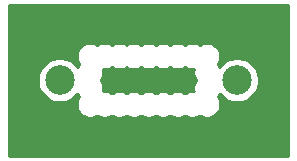
<source format=gbr>
G04 #@! TF.GenerationSoftware,KiCad,Pcbnew,5.1.5+dfsg1-2build2*
G04 #@! TF.CreationDate,2022-07-13T23:15:13-05:00*
G04 #@! TF.ProjectId,usb-c-power-panel,7573622d-632d-4706-9f77-65722d70616e,rev?*
G04 #@! TF.SameCoordinates,Original*
G04 #@! TF.FileFunction,Copper,L2,Bot*
G04 #@! TF.FilePolarity,Positive*
%FSLAX46Y46*%
G04 Gerber Fmt 4.6, Leading zero omitted, Abs format (unit mm)*
G04 Created by KiCad (PCBNEW 5.1.5+dfsg1-2build2) date 2022-07-13 23:15:13*
%MOMM*%
%LPD*%
G04 APERTURE LIST*
%ADD10C,2.499360*%
%ADD11C,0.254000*%
G04 APERTURE END LIST*
D10*
X120000000Y-107050000D03*
X105000000Y-107050000D03*
D11*
G36*
X124340001Y-113440000D02*
G01*
X100660000Y-113440000D01*
X100660000Y-106864375D01*
X103115320Y-106864375D01*
X103115320Y-107235625D01*
X103187747Y-107599741D01*
X103329818Y-107942731D01*
X103536074Y-108251413D01*
X103798587Y-108513926D01*
X104107269Y-108720182D01*
X104450259Y-108862253D01*
X104814375Y-108934680D01*
X105185625Y-108934680D01*
X105549741Y-108862253D01*
X105892731Y-108720182D01*
X106201413Y-108513926D01*
X106463926Y-108251413D01*
X106506764Y-108187303D01*
X106544176Y-108277624D01*
X106639309Y-108420000D01*
X106544176Y-108562376D01*
X106458617Y-108768933D01*
X106415000Y-108988212D01*
X106415000Y-109211788D01*
X106458617Y-109431067D01*
X106544176Y-109637624D01*
X106668388Y-109823520D01*
X106826480Y-109981612D01*
X107012376Y-110105824D01*
X107218933Y-110191383D01*
X107438212Y-110235000D01*
X107661788Y-110235000D01*
X107881067Y-110191383D01*
X108087624Y-110105824D01*
X108168750Y-110051617D01*
X108249876Y-110105824D01*
X108456433Y-110191383D01*
X108675712Y-110235000D01*
X108899288Y-110235000D01*
X109118567Y-110191383D01*
X109325124Y-110105824D01*
X109406250Y-110051617D01*
X109487376Y-110105824D01*
X109693933Y-110191383D01*
X109913212Y-110235000D01*
X110136788Y-110235000D01*
X110356067Y-110191383D01*
X110562624Y-110105824D01*
X110643750Y-110051617D01*
X110724876Y-110105824D01*
X110931433Y-110191383D01*
X111150712Y-110235000D01*
X111374288Y-110235000D01*
X111593567Y-110191383D01*
X111800124Y-110105824D01*
X111881250Y-110051617D01*
X111962376Y-110105824D01*
X112168933Y-110191383D01*
X112388212Y-110235000D01*
X112611788Y-110235000D01*
X112831067Y-110191383D01*
X113037624Y-110105824D01*
X113118750Y-110051617D01*
X113199876Y-110105824D01*
X113406433Y-110191383D01*
X113625712Y-110235000D01*
X113849288Y-110235000D01*
X114068567Y-110191383D01*
X114275124Y-110105824D01*
X114356250Y-110051617D01*
X114437376Y-110105824D01*
X114643933Y-110191383D01*
X114863212Y-110235000D01*
X115086788Y-110235000D01*
X115306067Y-110191383D01*
X115512624Y-110105824D01*
X115593750Y-110051617D01*
X115674876Y-110105824D01*
X115881433Y-110191383D01*
X116100712Y-110235000D01*
X116324288Y-110235000D01*
X116543567Y-110191383D01*
X116750124Y-110105824D01*
X116831250Y-110051617D01*
X116912376Y-110105824D01*
X117118933Y-110191383D01*
X117338212Y-110235000D01*
X117561788Y-110235000D01*
X117781067Y-110191383D01*
X117987624Y-110105824D01*
X118173520Y-109981612D01*
X118331612Y-109823520D01*
X118455824Y-109637624D01*
X118541383Y-109431067D01*
X118585000Y-109211788D01*
X118585000Y-108988212D01*
X118541383Y-108768933D01*
X118455824Y-108562376D01*
X118360691Y-108420000D01*
X118455824Y-108277624D01*
X118493236Y-108187303D01*
X118536074Y-108251413D01*
X118798587Y-108513926D01*
X119107269Y-108720182D01*
X119450259Y-108862253D01*
X119814375Y-108934680D01*
X120185625Y-108934680D01*
X120549741Y-108862253D01*
X120892731Y-108720182D01*
X121201413Y-108513926D01*
X121463926Y-108251413D01*
X121670182Y-107942731D01*
X121812253Y-107599741D01*
X121884680Y-107235625D01*
X121884680Y-106864375D01*
X121812253Y-106500259D01*
X121670182Y-106157269D01*
X121463926Y-105848587D01*
X121201413Y-105586074D01*
X120892731Y-105379818D01*
X120549741Y-105237747D01*
X120185625Y-105165320D01*
X119814375Y-105165320D01*
X119450259Y-105237747D01*
X119107269Y-105379818D01*
X118798587Y-105586074D01*
X118536074Y-105848587D01*
X118493236Y-105912697D01*
X118455824Y-105822376D01*
X118360691Y-105680000D01*
X118455824Y-105537624D01*
X118541383Y-105331067D01*
X118585000Y-105111788D01*
X118585000Y-104888212D01*
X118541383Y-104668933D01*
X118455824Y-104462376D01*
X118331612Y-104276480D01*
X118173520Y-104118388D01*
X117987624Y-103994176D01*
X117781067Y-103908617D01*
X117561788Y-103865000D01*
X117338212Y-103865000D01*
X117118933Y-103908617D01*
X116912376Y-103994176D01*
X116831250Y-104048383D01*
X116750124Y-103994176D01*
X116543567Y-103908617D01*
X116324288Y-103865000D01*
X116100712Y-103865000D01*
X115881433Y-103908617D01*
X115674876Y-103994176D01*
X115593750Y-104048383D01*
X115512624Y-103994176D01*
X115306067Y-103908617D01*
X115086788Y-103865000D01*
X114863212Y-103865000D01*
X114643933Y-103908617D01*
X114437376Y-103994176D01*
X114356250Y-104048383D01*
X114275124Y-103994176D01*
X114068567Y-103908617D01*
X113849288Y-103865000D01*
X113625712Y-103865000D01*
X113406433Y-103908617D01*
X113199876Y-103994176D01*
X113118750Y-104048383D01*
X113037624Y-103994176D01*
X112831067Y-103908617D01*
X112611788Y-103865000D01*
X112388212Y-103865000D01*
X112168933Y-103908617D01*
X111962376Y-103994176D01*
X111881250Y-104048383D01*
X111800124Y-103994176D01*
X111593567Y-103908617D01*
X111374288Y-103865000D01*
X111150712Y-103865000D01*
X110931433Y-103908617D01*
X110724876Y-103994176D01*
X110643750Y-104048383D01*
X110562624Y-103994176D01*
X110356067Y-103908617D01*
X110136788Y-103865000D01*
X109913212Y-103865000D01*
X109693933Y-103908617D01*
X109487376Y-103994176D01*
X109406250Y-104048383D01*
X109325124Y-103994176D01*
X109118567Y-103908617D01*
X108899288Y-103865000D01*
X108675712Y-103865000D01*
X108456433Y-103908617D01*
X108249876Y-103994176D01*
X108168750Y-104048383D01*
X108087624Y-103994176D01*
X107881067Y-103908617D01*
X107661788Y-103865000D01*
X107438212Y-103865000D01*
X107218933Y-103908617D01*
X107012376Y-103994176D01*
X106826480Y-104118388D01*
X106668388Y-104276480D01*
X106544176Y-104462376D01*
X106458617Y-104668933D01*
X106415000Y-104888212D01*
X106415000Y-105111788D01*
X106458617Y-105331067D01*
X106544176Y-105537624D01*
X106639309Y-105680000D01*
X106544176Y-105822376D01*
X106506764Y-105912697D01*
X106463926Y-105848587D01*
X106201413Y-105586074D01*
X105892731Y-105379818D01*
X105549741Y-105237747D01*
X105185625Y-105165320D01*
X104814375Y-105165320D01*
X104450259Y-105237747D01*
X104107269Y-105379818D01*
X103798587Y-105586074D01*
X103536074Y-105848587D01*
X103329818Y-106157269D01*
X103187747Y-106500259D01*
X103115320Y-106864375D01*
X100660000Y-106864375D01*
X100660000Y-100660000D01*
X124340000Y-100660000D01*
X124340001Y-113440000D01*
G37*
X124340001Y-113440000D02*
X100660000Y-113440000D01*
X100660000Y-106864375D01*
X103115320Y-106864375D01*
X103115320Y-107235625D01*
X103187747Y-107599741D01*
X103329818Y-107942731D01*
X103536074Y-108251413D01*
X103798587Y-108513926D01*
X104107269Y-108720182D01*
X104450259Y-108862253D01*
X104814375Y-108934680D01*
X105185625Y-108934680D01*
X105549741Y-108862253D01*
X105892731Y-108720182D01*
X106201413Y-108513926D01*
X106463926Y-108251413D01*
X106506764Y-108187303D01*
X106544176Y-108277624D01*
X106639309Y-108420000D01*
X106544176Y-108562376D01*
X106458617Y-108768933D01*
X106415000Y-108988212D01*
X106415000Y-109211788D01*
X106458617Y-109431067D01*
X106544176Y-109637624D01*
X106668388Y-109823520D01*
X106826480Y-109981612D01*
X107012376Y-110105824D01*
X107218933Y-110191383D01*
X107438212Y-110235000D01*
X107661788Y-110235000D01*
X107881067Y-110191383D01*
X108087624Y-110105824D01*
X108168750Y-110051617D01*
X108249876Y-110105824D01*
X108456433Y-110191383D01*
X108675712Y-110235000D01*
X108899288Y-110235000D01*
X109118567Y-110191383D01*
X109325124Y-110105824D01*
X109406250Y-110051617D01*
X109487376Y-110105824D01*
X109693933Y-110191383D01*
X109913212Y-110235000D01*
X110136788Y-110235000D01*
X110356067Y-110191383D01*
X110562624Y-110105824D01*
X110643750Y-110051617D01*
X110724876Y-110105824D01*
X110931433Y-110191383D01*
X111150712Y-110235000D01*
X111374288Y-110235000D01*
X111593567Y-110191383D01*
X111800124Y-110105824D01*
X111881250Y-110051617D01*
X111962376Y-110105824D01*
X112168933Y-110191383D01*
X112388212Y-110235000D01*
X112611788Y-110235000D01*
X112831067Y-110191383D01*
X113037624Y-110105824D01*
X113118750Y-110051617D01*
X113199876Y-110105824D01*
X113406433Y-110191383D01*
X113625712Y-110235000D01*
X113849288Y-110235000D01*
X114068567Y-110191383D01*
X114275124Y-110105824D01*
X114356250Y-110051617D01*
X114437376Y-110105824D01*
X114643933Y-110191383D01*
X114863212Y-110235000D01*
X115086788Y-110235000D01*
X115306067Y-110191383D01*
X115512624Y-110105824D01*
X115593750Y-110051617D01*
X115674876Y-110105824D01*
X115881433Y-110191383D01*
X116100712Y-110235000D01*
X116324288Y-110235000D01*
X116543567Y-110191383D01*
X116750124Y-110105824D01*
X116831250Y-110051617D01*
X116912376Y-110105824D01*
X117118933Y-110191383D01*
X117338212Y-110235000D01*
X117561788Y-110235000D01*
X117781067Y-110191383D01*
X117987624Y-110105824D01*
X118173520Y-109981612D01*
X118331612Y-109823520D01*
X118455824Y-109637624D01*
X118541383Y-109431067D01*
X118585000Y-109211788D01*
X118585000Y-108988212D01*
X118541383Y-108768933D01*
X118455824Y-108562376D01*
X118360691Y-108420000D01*
X118455824Y-108277624D01*
X118493236Y-108187303D01*
X118536074Y-108251413D01*
X118798587Y-108513926D01*
X119107269Y-108720182D01*
X119450259Y-108862253D01*
X119814375Y-108934680D01*
X120185625Y-108934680D01*
X120549741Y-108862253D01*
X120892731Y-108720182D01*
X121201413Y-108513926D01*
X121463926Y-108251413D01*
X121670182Y-107942731D01*
X121812253Y-107599741D01*
X121884680Y-107235625D01*
X121884680Y-106864375D01*
X121812253Y-106500259D01*
X121670182Y-106157269D01*
X121463926Y-105848587D01*
X121201413Y-105586074D01*
X120892731Y-105379818D01*
X120549741Y-105237747D01*
X120185625Y-105165320D01*
X119814375Y-105165320D01*
X119450259Y-105237747D01*
X119107269Y-105379818D01*
X118798587Y-105586074D01*
X118536074Y-105848587D01*
X118493236Y-105912697D01*
X118455824Y-105822376D01*
X118360691Y-105680000D01*
X118455824Y-105537624D01*
X118541383Y-105331067D01*
X118585000Y-105111788D01*
X118585000Y-104888212D01*
X118541383Y-104668933D01*
X118455824Y-104462376D01*
X118331612Y-104276480D01*
X118173520Y-104118388D01*
X117987624Y-103994176D01*
X117781067Y-103908617D01*
X117561788Y-103865000D01*
X117338212Y-103865000D01*
X117118933Y-103908617D01*
X116912376Y-103994176D01*
X116831250Y-104048383D01*
X116750124Y-103994176D01*
X116543567Y-103908617D01*
X116324288Y-103865000D01*
X116100712Y-103865000D01*
X115881433Y-103908617D01*
X115674876Y-103994176D01*
X115593750Y-104048383D01*
X115512624Y-103994176D01*
X115306067Y-103908617D01*
X115086788Y-103865000D01*
X114863212Y-103865000D01*
X114643933Y-103908617D01*
X114437376Y-103994176D01*
X114356250Y-104048383D01*
X114275124Y-103994176D01*
X114068567Y-103908617D01*
X113849288Y-103865000D01*
X113625712Y-103865000D01*
X113406433Y-103908617D01*
X113199876Y-103994176D01*
X113118750Y-104048383D01*
X113037624Y-103994176D01*
X112831067Y-103908617D01*
X112611788Y-103865000D01*
X112388212Y-103865000D01*
X112168933Y-103908617D01*
X111962376Y-103994176D01*
X111881250Y-104048383D01*
X111800124Y-103994176D01*
X111593567Y-103908617D01*
X111374288Y-103865000D01*
X111150712Y-103865000D01*
X110931433Y-103908617D01*
X110724876Y-103994176D01*
X110643750Y-104048383D01*
X110562624Y-103994176D01*
X110356067Y-103908617D01*
X110136788Y-103865000D01*
X109913212Y-103865000D01*
X109693933Y-103908617D01*
X109487376Y-103994176D01*
X109406250Y-104048383D01*
X109325124Y-103994176D01*
X109118567Y-103908617D01*
X108899288Y-103865000D01*
X108675712Y-103865000D01*
X108456433Y-103908617D01*
X108249876Y-103994176D01*
X108168750Y-104048383D01*
X108087624Y-103994176D01*
X107881067Y-103908617D01*
X107661788Y-103865000D01*
X107438212Y-103865000D01*
X107218933Y-103908617D01*
X107012376Y-103994176D01*
X106826480Y-104118388D01*
X106668388Y-104276480D01*
X106544176Y-104462376D01*
X106458617Y-104668933D01*
X106415000Y-104888212D01*
X106415000Y-105111788D01*
X106458617Y-105331067D01*
X106544176Y-105537624D01*
X106639309Y-105680000D01*
X106544176Y-105822376D01*
X106506764Y-105912697D01*
X106463926Y-105848587D01*
X106201413Y-105586074D01*
X105892731Y-105379818D01*
X105549741Y-105237747D01*
X105185625Y-105165320D01*
X104814375Y-105165320D01*
X104450259Y-105237747D01*
X104107269Y-105379818D01*
X103798587Y-105586074D01*
X103536074Y-105848587D01*
X103329818Y-106157269D01*
X103187747Y-106500259D01*
X103115320Y-106864375D01*
X100660000Y-106864375D01*
X100660000Y-100660000D01*
X124340000Y-100660000D01*
X124340001Y-113440000D01*
G36*
X115674876Y-106005824D02*
G01*
X115881433Y-106091383D01*
X116100712Y-106135000D01*
X116324288Y-106135000D01*
X116338064Y-106132260D01*
X116315000Y-106248212D01*
X116315000Y-106471788D01*
X116358617Y-106691067D01*
X116444176Y-106897624D01*
X116545991Y-107050000D01*
X116444176Y-107202376D01*
X116358617Y-107408933D01*
X116315000Y-107628212D01*
X116315000Y-107851788D01*
X116338064Y-107967740D01*
X116324288Y-107965000D01*
X116100712Y-107965000D01*
X115881433Y-108008617D01*
X115674876Y-108094176D01*
X115593750Y-108148383D01*
X115512624Y-108094176D01*
X115306067Y-108008617D01*
X115086788Y-107965000D01*
X114863212Y-107965000D01*
X114643933Y-108008617D01*
X114437376Y-108094176D01*
X114356250Y-108148383D01*
X114275124Y-108094176D01*
X114068567Y-108008617D01*
X113849288Y-107965000D01*
X113625712Y-107965000D01*
X113406433Y-108008617D01*
X113199876Y-108094176D01*
X113118750Y-108148383D01*
X113037624Y-108094176D01*
X112831067Y-108008617D01*
X112611788Y-107965000D01*
X112388212Y-107965000D01*
X112168933Y-108008617D01*
X111962376Y-108094176D01*
X111881250Y-108148383D01*
X111800124Y-108094176D01*
X111593567Y-108008617D01*
X111374288Y-107965000D01*
X111150712Y-107965000D01*
X110931433Y-108008617D01*
X110724876Y-108094176D01*
X110643750Y-108148383D01*
X110562624Y-108094176D01*
X110356067Y-108008617D01*
X110136788Y-107965000D01*
X109913212Y-107965000D01*
X109693933Y-108008617D01*
X109487376Y-108094176D01*
X109406250Y-108148383D01*
X109325124Y-108094176D01*
X109118567Y-108008617D01*
X108899288Y-107965000D01*
X108675712Y-107965000D01*
X108661936Y-107967740D01*
X108685000Y-107851788D01*
X108685000Y-107628212D01*
X108641383Y-107408933D01*
X108555824Y-107202376D01*
X108454009Y-107050000D01*
X108555824Y-106897624D01*
X108641383Y-106691067D01*
X108685000Y-106471788D01*
X108685000Y-106248212D01*
X108661936Y-106132260D01*
X108675712Y-106135000D01*
X108899288Y-106135000D01*
X109118567Y-106091383D01*
X109325124Y-106005824D01*
X109406250Y-105951617D01*
X109487376Y-106005824D01*
X109693933Y-106091383D01*
X109913212Y-106135000D01*
X110136788Y-106135000D01*
X110356067Y-106091383D01*
X110562624Y-106005824D01*
X110643750Y-105951617D01*
X110724876Y-106005824D01*
X110931433Y-106091383D01*
X111150712Y-106135000D01*
X111374288Y-106135000D01*
X111593567Y-106091383D01*
X111800124Y-106005824D01*
X111881250Y-105951617D01*
X111962376Y-106005824D01*
X112168933Y-106091383D01*
X112388212Y-106135000D01*
X112611788Y-106135000D01*
X112831067Y-106091383D01*
X113037624Y-106005824D01*
X113118750Y-105951617D01*
X113199876Y-106005824D01*
X113406433Y-106091383D01*
X113625712Y-106135000D01*
X113849288Y-106135000D01*
X114068567Y-106091383D01*
X114275124Y-106005824D01*
X114356250Y-105951617D01*
X114437376Y-106005824D01*
X114643933Y-106091383D01*
X114863212Y-106135000D01*
X115086788Y-106135000D01*
X115306067Y-106091383D01*
X115512624Y-106005824D01*
X115593750Y-105951617D01*
X115674876Y-106005824D01*
G37*
X115674876Y-106005824D02*
X115881433Y-106091383D01*
X116100712Y-106135000D01*
X116324288Y-106135000D01*
X116338064Y-106132260D01*
X116315000Y-106248212D01*
X116315000Y-106471788D01*
X116358617Y-106691067D01*
X116444176Y-106897624D01*
X116545991Y-107050000D01*
X116444176Y-107202376D01*
X116358617Y-107408933D01*
X116315000Y-107628212D01*
X116315000Y-107851788D01*
X116338064Y-107967740D01*
X116324288Y-107965000D01*
X116100712Y-107965000D01*
X115881433Y-108008617D01*
X115674876Y-108094176D01*
X115593750Y-108148383D01*
X115512624Y-108094176D01*
X115306067Y-108008617D01*
X115086788Y-107965000D01*
X114863212Y-107965000D01*
X114643933Y-108008617D01*
X114437376Y-108094176D01*
X114356250Y-108148383D01*
X114275124Y-108094176D01*
X114068567Y-108008617D01*
X113849288Y-107965000D01*
X113625712Y-107965000D01*
X113406433Y-108008617D01*
X113199876Y-108094176D01*
X113118750Y-108148383D01*
X113037624Y-108094176D01*
X112831067Y-108008617D01*
X112611788Y-107965000D01*
X112388212Y-107965000D01*
X112168933Y-108008617D01*
X111962376Y-108094176D01*
X111881250Y-108148383D01*
X111800124Y-108094176D01*
X111593567Y-108008617D01*
X111374288Y-107965000D01*
X111150712Y-107965000D01*
X110931433Y-108008617D01*
X110724876Y-108094176D01*
X110643750Y-108148383D01*
X110562624Y-108094176D01*
X110356067Y-108008617D01*
X110136788Y-107965000D01*
X109913212Y-107965000D01*
X109693933Y-108008617D01*
X109487376Y-108094176D01*
X109406250Y-108148383D01*
X109325124Y-108094176D01*
X109118567Y-108008617D01*
X108899288Y-107965000D01*
X108675712Y-107965000D01*
X108661936Y-107967740D01*
X108685000Y-107851788D01*
X108685000Y-107628212D01*
X108641383Y-107408933D01*
X108555824Y-107202376D01*
X108454009Y-107050000D01*
X108555824Y-106897624D01*
X108641383Y-106691067D01*
X108685000Y-106471788D01*
X108685000Y-106248212D01*
X108661936Y-106132260D01*
X108675712Y-106135000D01*
X108899288Y-106135000D01*
X109118567Y-106091383D01*
X109325124Y-106005824D01*
X109406250Y-105951617D01*
X109487376Y-106005824D01*
X109693933Y-106091383D01*
X109913212Y-106135000D01*
X110136788Y-106135000D01*
X110356067Y-106091383D01*
X110562624Y-106005824D01*
X110643750Y-105951617D01*
X110724876Y-106005824D01*
X110931433Y-106091383D01*
X111150712Y-106135000D01*
X111374288Y-106135000D01*
X111593567Y-106091383D01*
X111800124Y-106005824D01*
X111881250Y-105951617D01*
X111962376Y-106005824D01*
X112168933Y-106091383D01*
X112388212Y-106135000D01*
X112611788Y-106135000D01*
X112831067Y-106091383D01*
X113037624Y-106005824D01*
X113118750Y-105951617D01*
X113199876Y-106005824D01*
X113406433Y-106091383D01*
X113625712Y-106135000D01*
X113849288Y-106135000D01*
X114068567Y-106091383D01*
X114275124Y-106005824D01*
X114356250Y-105951617D01*
X114437376Y-106005824D01*
X114643933Y-106091383D01*
X114863212Y-106135000D01*
X115086788Y-106135000D01*
X115306067Y-106091383D01*
X115512624Y-106005824D01*
X115593750Y-105951617D01*
X115674876Y-106005824D01*
M02*

</source>
